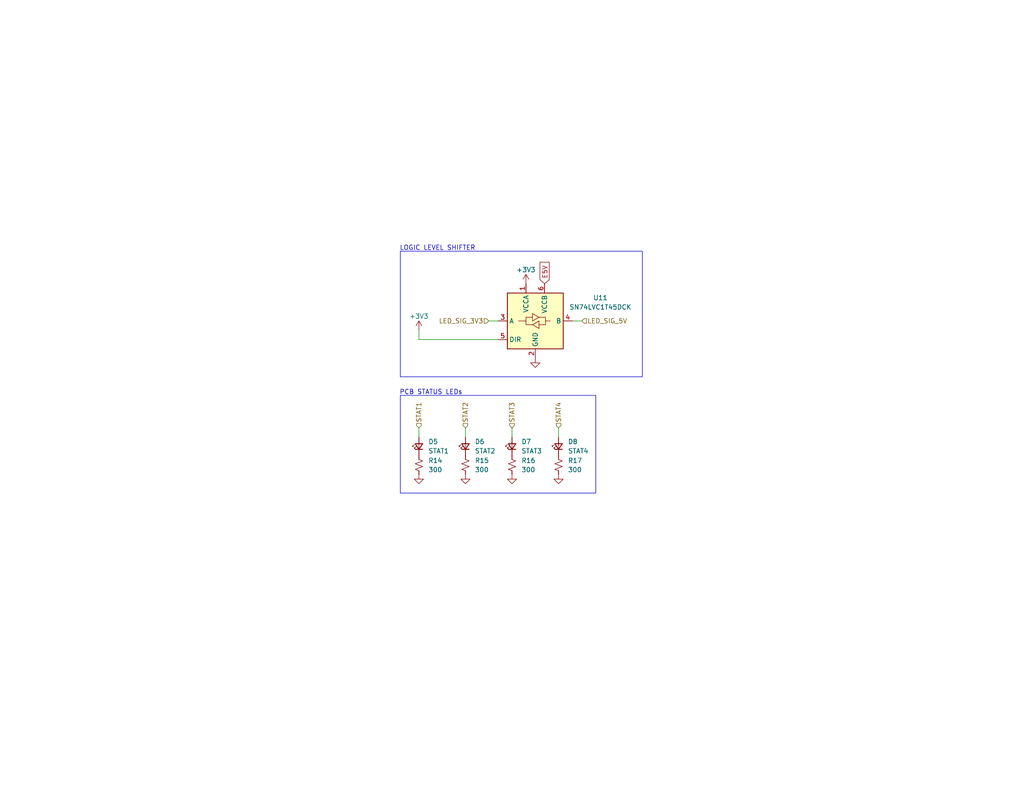
<source format=kicad_sch>
(kicad_sch (version 20231120) (generator "eeschema") (generator_version "8.0")
  (paper "USLetter")
  (title_block (title "AMP PCBv3") (date "2024-04-14") (rev "C") (company "Autonomous Motorsports Purdue"))
  (lib_symbols
    (symbol "Device:LED_Small" (pin_numbers hide) (pin_names (offset 0.254) hide)
      (property "Reference" "D" (at -1.27 3.175 0))
      (property "Value" "LED_Small" (at -4.445 -2.54 0))
      (symbol "LED_Small_0_1"
        (polyline (pts (xy -0.762 -1.016) (xy -0.762 1.016)) (stroke (width 0.254)))
        (polyline (pts (xy 1.016 0) (xy -0.762 0)))
        (polyline (pts (xy 0.762 -1.016) (xy -0.762 0) (xy 0.762 1.016) (xy 0.762 -1.016)) (stroke (width 0.254)))
        (polyline (pts (xy 0 0.762) (xy -0.508 1.27) (xy -0.254 1.27) (xy -0.508 1.27) (xy -0.508 1.016)))
        (polyline (pts (xy 0.508 1.27) (xy 0 1.778) (xy 0.254 1.778) (xy 0 1.778) (xy 0 1.524)))
      )
      (symbol "LED_Small_1_1"
        (pin passive line (at -2.54 0 0) (length 1.778) (name "K") (number "1"))
        (pin passive line (at 2.54 0 180) (length 1.778) (name "A") (number "2"))
      )
    )
    (symbol "Device:R_Small_US" (pin_numbers hide) (pin_names (offset 0.254) hide)
      (property "Reference" "R" (at 0.762 0.508 0))
      (property "Value" "R_Small_US" (at 0.762 -1.016 0))
      (symbol "R_Small_US_1_1"
        (polyline (pts (xy 0 0) (xy 1.016 -0.381) (xy 0 -0.762) (xy -1.016 -1.143) (xy 0 -1.524)))
        (polyline (pts (xy 0 1.524) (xy 1.016 1.143) (xy 0 0.762) (xy -1.016 0.381) (xy 0 0)))
        (pin passive line (at 0 2.54 270) (length 1.016) (name "~") (number "1"))
        (pin passive line (at 0 -2.54 90) (length 1.016) (name "~") (number "2"))
      )
    )
    (symbol "Logic_LevelTranslator:SN74LVC1T45DCK"
      (property "Reference" "U" (at -6.35 8.89 0))
      (property "Value" "SN74LVC1T45DCK" (at 3.81 8.89 0))
      (symbol "SN74LVC1T45DCK_0_1"
        (rectangle (start -7.62 7.62) (end 7.62 -7.62) (stroke (width 0.254)) (fill (type background)))
        (polyline (pts (xy -2.54 0) (xy -2.54 1.016) (xy -0.762 1.016)))
        (polyline (pts (xy 2.794 0) (xy 2.794 -1.016) (xy 1.016 -1.016)))
        (polyline (pts (xy -0.762 -1.016) (xy -2.54 -1.016) (xy -2.54 0) (xy -4.572 0)))
        (polyline (pts (xy -0.762 0) (xy -0.762 2.032) (xy 1.016 1.016) (xy -0.762 0)))
        (polyline (pts (xy 1.016 1.016) (xy 2.794 1.016) (xy 2.794 0) (xy 4.064 0)))
        (polyline (pts (xy 1.016 0) (xy 1.016 -1.778) (xy 1.016 -2.032) (xy -0.762 -1.016) (xy 1.016 0)))
      )
      (symbol "SN74LVC1T45DCK_1_1"
        (pin power_in line (at -2.54 10.16 270) (length 2.54) (name "VCCA") (number "1"))
        (pin power_in line (at 0 -10.16 90) (length 2.54) (name "GND") (number "2"))
        (pin bidirectional line (at -10.16 0 0) (length 2.54) (name "A") (number "3"))
        (pin bidirectional line (at 10.16 0 180) (length 2.54) (name "B") (number "4"))
        (pin input line (at -10.16 -5.08 0) (length 2.54) (name "DIR") (number "5"))
        (pin power_in line (at 2.54 10.16 270) (length 2.54) (name "VCCB") (number "6"))
      )
    )
    (symbol "power:+3V3" (power) (pin_names (offset 0))
      (property "Value" "+3V3" (at 0 3.556 0))
      (symbol "+3V3_0_1"
        (polyline (pts (xy -0.762 1.27) (xy 0 2.54)))
        (polyline (pts (xy 0 0) (xy 0 2.54)))
        (polyline (pts (xy 0 2.54) (xy 0.762 1.27)))
      )
      (symbol "+3V3_1_1"
        (pin power_in line (at 0 0 90) (length 0) hide (name "+3V3") (number "1"))
      )
    )
    (symbol "power:GND" (power) (pin_names (offset 0))
      (property "Value" "GND" (at 0 -3.81 0))
      (symbol "GND_0_1"
        (polyline (pts (xy 0 0) (xy 0 -1.27) (xy 1.27 -1.27) (xy 0 -2.54) (xy -1.27 -1.27) (xy 0 -1.27)))
      )
      (symbol "GND_1_1"
        (pin power_in line (at 0 0 270) (length 0) hide (name "GND") (number "1"))
      )
    )
  )
  (wire (pts (xy 152.4 116.84) (xy 152.4 119.38)))
  (wire (pts (xy 127 116.84) (xy 127 119.38)))
  (wire (pts (xy 133.35 87.63) (xy 135.89 87.63)))
  (wire (pts (xy 114.3 92.71) (xy 114.3 90.17)))
  (wire (pts (xy 156.21 87.63) (xy 158.75 87.63)))
  (wire (pts (xy 135.89 92.71) (xy 114.3 92.71)))
  (wire (pts (xy 114.3 116.84) (xy 114.3 119.38)))
  (wire (pts (xy 139.7 116.84) (xy 139.7 119.38)))
  (rectangle (start 109.22 107.95) (end 162.56 134.62))
  (rectangle (start 109.22 68.58) (end 175.26 102.87))
  (text "LOGIC LEVEL SHIFTER" (at 119.38 67.818 0) (effects (font (size 1.27 1.27))))
  (text "PCB STATUS LEDs" (at 117.602 107.188 0) (effects (font (size 1.27 1.27))))
  (global_label "E5V" (shape input) (at 148.59 77.47 90) (property "Intersheetrefs" "${INTERSHEET_REFS}" (effects (hide yes))))
  (hierarchical_label "LED_SIG_5V" (shape input) (at 158.75 87.63 0))
  (hierarchical_label "STAT3" (shape input) (at 139.7 116.84 90))
  (hierarchical_label "STAT4" (shape input) (at 152.4 116.84 90))
  (hierarchical_label "LED_SIG_3V3" (shape input) (at 133.35 87.63 180))
  (hierarchical_label "STAT2" (shape input) (at 127 116.84 90))
  (hierarchical_label "STAT1" (shape input) (at 114.3 116.84 90))
  (symbol (lib_id "Device:R_Small_US") (at 127 127 0) (unit 1)
    (property "Reference" "R15" (at 129.54 125.73 0) (effects (justify left)))
    (property "Value" "300" (at 129.54 128.27 0) (effects (justify left)))
    (property "Footprint" "Resistor_SMD:R_0805_2012Metric_Pad1.20x1.40mm_HandSolder" (effects (hide yes)))
    (property "JLC" "C17617" (effects (hide yes)))
  )
  (symbol (lib_id "Device:LED_Small") (at 152.4 121.92 90) (unit 1)
    (property "Reference" "D8" (at 154.94 120.5865 90) (effects (justify right)))
    (property "Value" "STAT4" (at 154.94 123.1265 90) (effects (justify right)))
    (property "Footprint" "LED_SMD:LED_0805_2012Metric_Pad1.15x1.40mm_HandSolder" (effects (hide yes)))
    (property "JLC" "C84256" (effects (hide yes)))
  )
  (symbol (lib_id "power:GND") (at 139.7 129.54 0) (unit 1)
    (property "Reference" "#PWR033" (effects (hide yes)))
    (property "Value" "GND" (effects (hide yes)))
  )
  (symbol (lib_id "Device:R_Small_US") (at 152.4 127 0) (unit 1)
    (property "Reference" "R17" (at 154.94 125.73 0) (effects (justify left)))
    (property "Value" "300" (at 154.94 128.27 0) (effects (justify left)))
    (property "Footprint" "Resistor_SMD:R_0805_2012Metric_Pad1.20x1.40mm_HandSolder" (effects (hide yes)))
    (property "JLC" "C17617" (effects (hide yes)))
  )
  (symbol (lib_id "power:GND") (at 114.3 129.54 0) (unit 1)
    (property "Reference" "#PWR030" (effects (hide yes)))
    (property "Value" "GND" (effects (hide yes)))
  )
  (symbol (lib_id "power:+3V3") (at 143.51 77.47 0) (unit 1)
    (property "Reference" "#PWR027" (effects (hide yes)))
    (property "Value" "+3V3" (at 143.51 73.66 0))
  )
  (symbol (lib_id "Logic_LevelTranslator:SN74LVC1T45DCK") (at 146.05 87.63 0) (unit 1)
    (property "Reference" "U11" (at 163.83 81.3114 0))
    (property "Value" "SN74LVC1T45DCK" (at 163.83 83.8514 0))
    (property "Footprint" "Package_TO_SOT_SMD:SOT-363_SC-70-6" (effects (hide yes)))
    (property "Datasheet" "http://www.ti.com/lit/ds/symlink/sn74lvc1t45.pdf" (effects (hide yes)))
    (property "Description" "Single-Bit Dual-Supply Bus Transceiver With Configurable Voltage Translation and 3-State Outputs, SOT-363" (effects (hide yes)))
    (property "JLC" "C9382" (effects (hide yes)))
  )
  (symbol (lib_id "Device:LED_Small") (at 127 121.92 90) (unit 1)
    (property "Reference" "D6" (at 129.54 120.5865 90) (effects (justify right)))
    (property "Value" "STAT2" (at 129.54 123.1265 90) (effects (justify right)))
    (property "Footprint" "LED_SMD:LED_0805_2012Metric_Pad1.15x1.40mm_HandSolder" (effects (hide yes)))
    (property "JLC" "C2296" (effects (hide yes)))
  )
  (symbol (lib_id "power:GND") (at 127 129.54 0) (unit 1)
    (property "Reference" "#PWR031" (effects (hide yes)))
    (property "Value" "GND" (effects (hide yes)))
  )
  (symbol (lib_id "Device:LED_Small") (at 139.7 121.92 90) (unit 1)
    (property "Reference" "D7" (at 142.24 120.5865 90) (effects (justify right)))
    (property "Value" "STAT3" (at 142.24 123.1265 90) (effects (justify right)))
    (property "Footprint" "LED_SMD:LED_0805_2012Metric_Pad1.15x1.40mm_HandSolder" (effects (hide yes)))
    (property "JLC" "C2296" (effects (hide yes)))
  )
  (symbol (lib_id "Device:R_Small_US") (at 114.3 127 0) (unit 1)
    (property "Reference" "R14" (at 116.84 125.73 0) (effects (justify left)))
    (property "Value" "300" (at 116.84 128.27 0) (effects (justify left)))
    (property "Footprint" "Resistor_SMD:R_0805_2012Metric_Pad1.20x1.40mm_HandSolder" (effects (hide yes)))
    (property "JLC" "C17617" (effects (hide yes)))
  )
  (symbol (lib_id "Device:R_Small_US") (at 139.7 127 0) (unit 1)
    (property "Reference" "R16" (at 142.24 125.73 0) (effects (justify left)))
    (property "Value" "300" (at 142.24 128.27 0) (effects (justify left)))
    (property "Footprint" "Resistor_SMD:R_0805_2012Metric_Pad1.20x1.40mm_HandSolder" (effects (hide yes)))
    (property "JLC" "C17617" (effects (hide yes)))
  )
  (symbol (lib_id "power:GND") (at 152.4 129.54 0) (unit 1)
    (property "Reference" "#PWR034" (effects (hide yes)))
    (property "Value" "GND" (effects (hide yes)))
  )
  (symbol (lib_id "power:GND") (at 146.05 97.79 0) (unit 1)
    (property "Reference" "#PWR043" (effects (hide yes)))
    (property "Value" "GND" (effects (hide yes)))
  )
  (symbol (lib_id "power:+3V3") (at 114.3 90.17 0) (unit 1)
    (property "Reference" "#PWR021" (effects (hide yes)))
    (property "Value" "+3V3" (at 114.3 86.36 0))
  )
  (symbol (lib_id "Device:LED_Small") (at 114.3 121.92 90) (unit 1)
    (property "Reference" "D5" (at 116.84 120.5865 90) (effects (justify right)))
    (property "Value" "STAT1" (at 116.84 123.1265 90) (effects (justify right)))
    (property "Footprint" "LED_SMD:LED_0805_2012Metric_Pad1.15x1.40mm_HandSolder" (effects (hide yes)))
    (property "JLC" "C2296" (effects (hide yes)))
  )
)
</source>
